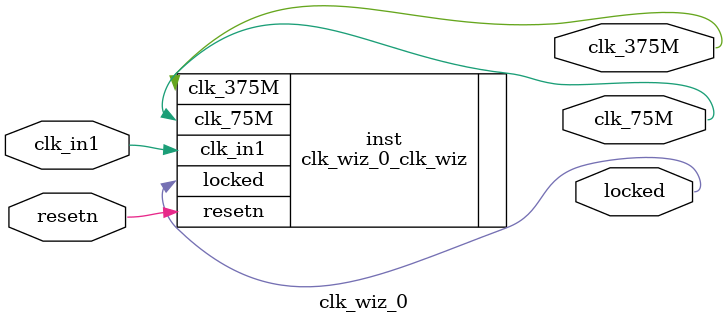
<source format=v>


`timescale 1ps/1ps

(* CORE_GENERATION_INFO = "clk_wiz_0,clk_wiz_v6_0_6_0_0,{component_name=clk_wiz_0,use_phase_alignment=true,use_min_o_jitter=false,use_max_i_jitter=false,use_dyn_phase_shift=false,use_inclk_switchover=false,use_dyn_reconfig=false,enable_axi=0,feedback_source=FDBK_AUTO,PRIMITIVE=MMCM,num_out_clk=2,clkin1_period=20.000,clkin2_period=10.0,use_power_down=false,use_reset=true,use_locked=true,use_inclk_stopped=false,feedback_type=SINGLE,CLOCK_MGR_TYPE=NA,manual_override=false}" *)

module clk_wiz_0 
 (
  // Clock out ports
  output        clk_75M,
  output        clk_375M,
  // Status and control signals
  input         resetn,
  output        locked,
 // Clock in ports
  input         clk_in1
 );

  clk_wiz_0_clk_wiz inst
  (
  // Clock out ports  
  .clk_75M(clk_75M),
  .clk_375M(clk_375M),
  // Status and control signals               
  .resetn(resetn), 
  .locked(locked),
 // Clock in ports
  .clk_in1(clk_in1)
  );

endmodule

</source>
